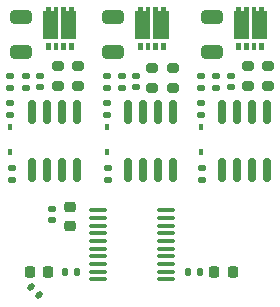
<source format=gbr>
%TF.GenerationSoftware,KiCad,Pcbnew,6.0.11-2627ca5db0~126~ubuntu22.04.1*%
%TF.CreationDate,2023-06-16T17:25:28+02:00*%
%TF.ProjectId,asac-esc-rev-a,61736163-2d65-4736-932d-7265762d612e,rev?*%
%TF.SameCoordinates,Original*%
%TF.FileFunction,Paste,Top*%
%TF.FilePolarity,Positive*%
%FSLAX46Y46*%
G04 Gerber Fmt 4.6, Leading zero omitted, Abs format (unit mm)*
G04 Created by KiCad (PCBNEW 6.0.11-2627ca5db0~126~ubuntu22.04.1) date 2023-06-16 17:25:28*
%MOMM*%
%LPD*%
G01*
G04 APERTURE LIST*
G04 Aperture macros list*
%AMRoundRect*
0 Rectangle with rounded corners*
0 $1 Rounding radius*
0 $2 $3 $4 $5 $6 $7 $8 $9 X,Y pos of 4 corners*
0 Add a 4 corners polygon primitive as box body*
4,1,4,$2,$3,$4,$5,$6,$7,$8,$9,$2,$3,0*
0 Add four circle primitives for the rounded corners*
1,1,$1+$1,$2,$3*
1,1,$1+$1,$4,$5*
1,1,$1+$1,$6,$7*
1,1,$1+$1,$8,$9*
0 Add four rect primitives between the rounded corners*
20,1,$1+$1,$2,$3,$4,$5,0*
20,1,$1+$1,$4,$5,$6,$7,0*
20,1,$1+$1,$6,$7,$8,$9,0*
20,1,$1+$1,$8,$9,$2,$3,0*%
G04 Aperture macros list end*
%ADD10RoundRect,0.250000X-0.650000X0.325000X-0.650000X-0.325000X0.650000X-0.325000X0.650000X0.325000X0*%
%ADD11RoundRect,0.140000X-0.170000X0.140000X-0.170000X-0.140000X0.170000X-0.140000X0.170000X0.140000X0*%
%ADD12RoundRect,0.200000X0.275000X-0.200000X0.275000X0.200000X-0.275000X0.200000X-0.275000X-0.200000X0*%
%ADD13RoundRect,0.100000X-0.637500X-0.100000X0.637500X-0.100000X0.637500X0.100000X-0.637500X0.100000X0*%
%ADD14RoundRect,0.140000X0.170000X-0.140000X0.170000X0.140000X-0.170000X0.140000X-0.170000X-0.140000X0*%
%ADD15RoundRect,0.225000X-0.250000X0.225000X-0.250000X-0.225000X0.250000X-0.225000X0.250000X0.225000X0*%
%ADD16RoundRect,0.135000X-0.185000X0.135000X-0.185000X-0.135000X0.185000X-0.135000X0.185000X0.135000X0*%
%ADD17RoundRect,0.135000X0.135000X0.185000X-0.135000X0.185000X-0.135000X-0.185000X0.135000X-0.185000X0*%
%ADD18RoundRect,0.150000X0.150000X-0.825000X0.150000X0.825000X-0.150000X0.825000X-0.150000X-0.825000X0*%
%ADD19R,0.400000X0.600000*%
%ADD20R,1.290000X2.350000*%
%ADD21R,0.450000X0.600000*%
%ADD22RoundRect,0.135000X0.185000X-0.135000X0.185000X0.135000X-0.185000X0.135000X-0.185000X-0.135000X0*%
%ADD23RoundRect,0.218750X-0.218750X-0.256250X0.218750X-0.256250X0.218750X0.256250X-0.218750X0.256250X0*%
%ADD24RoundRect,0.140000X0.219203X0.021213X0.021213X0.219203X-0.219203X-0.021213X-0.021213X-0.219203X0*%
%ADD25RoundRect,0.218750X0.218750X0.256250X-0.218750X0.256250X-0.218750X-0.256250X0.218750X-0.256250X0*%
%ADD26RoundRect,0.135000X-0.135000X-0.185000X0.135000X-0.185000X0.135000X0.185000X-0.135000X0.185000X0*%
G04 APERTURE END LIST*
%TO.C,U4*%
G36*
X98695000Y-70725000D02*
G01*
X98945000Y-70725000D01*
X98945000Y-70375000D01*
X99345000Y-70375000D01*
X99345000Y-73076000D01*
X98055000Y-73076000D01*
X98055000Y-72796000D01*
X98057000Y-70988000D01*
X98055000Y-70725000D01*
X98295000Y-70725000D01*
X98295000Y-70375000D01*
X98695000Y-70375000D01*
X98695000Y-70725000D01*
G37*
G36*
X99995000Y-74024000D02*
G01*
X99594000Y-74024000D01*
X99594000Y-73927000D01*
X99595000Y-73424000D01*
X99995000Y-73424000D01*
X99995000Y-74024000D01*
G37*
G36*
X99995000Y-70725000D02*
G01*
X100245000Y-70725000D01*
X100245000Y-70375000D01*
X100645000Y-70375000D01*
X100645000Y-70725000D01*
X100885000Y-70725000D01*
X100885000Y-73076000D01*
X99595000Y-73076000D01*
X99595000Y-72796000D01*
X99597000Y-70988000D01*
X99595000Y-70375000D01*
X99995000Y-70375000D01*
X99995000Y-70725000D01*
G37*
G36*
X99345000Y-74024000D02*
G01*
X98944000Y-74024000D01*
X98944000Y-73927000D01*
X98945000Y-73424000D01*
X99345000Y-73424000D01*
X99345000Y-74024000D01*
G37*
G36*
X98695000Y-74024000D02*
G01*
X98294000Y-74024000D01*
X98294000Y-73927000D01*
X98295000Y-73424000D01*
X98695000Y-73424000D01*
X98695000Y-74024000D01*
G37*
G36*
X100645000Y-74024000D02*
G01*
X100244000Y-74024000D01*
X100244000Y-73927000D01*
X100245000Y-73424000D01*
X100645000Y-73424000D01*
X100645000Y-74024000D01*
G37*
%TO.C,U9*%
G36*
X116130000Y-70725000D02*
G01*
X116380000Y-70725000D01*
X116380000Y-70375000D01*
X116780000Y-70375000D01*
X116780000Y-70725000D01*
X117020000Y-70725000D01*
X117020000Y-73076000D01*
X115730000Y-73076000D01*
X115730000Y-72796000D01*
X115732000Y-70988000D01*
X115730000Y-70375000D01*
X116130000Y-70375000D01*
X116130000Y-70725000D01*
G37*
G36*
X114830000Y-74024000D02*
G01*
X114429000Y-74024000D01*
X114429000Y-73927000D01*
X114430000Y-73424000D01*
X114830000Y-73424000D01*
X114830000Y-74024000D01*
G37*
G36*
X116780000Y-74024000D02*
G01*
X116379000Y-74024000D01*
X116379000Y-73927000D01*
X116380000Y-73424000D01*
X116780000Y-73424000D01*
X116780000Y-74024000D01*
G37*
G36*
X115480000Y-74024000D02*
G01*
X115079000Y-74024000D01*
X115079000Y-73927000D01*
X115080000Y-73424000D01*
X115480000Y-73424000D01*
X115480000Y-74024000D01*
G37*
G36*
X116130000Y-74024000D02*
G01*
X115729000Y-74024000D01*
X115729000Y-73927000D01*
X115730000Y-73424000D01*
X116130000Y-73424000D01*
X116130000Y-74024000D01*
G37*
G36*
X114830000Y-70725000D02*
G01*
X115080000Y-70725000D01*
X115080000Y-70375000D01*
X115480000Y-70375000D01*
X115480000Y-73076000D01*
X114190000Y-73076000D01*
X114190000Y-72796000D01*
X114192000Y-70988000D01*
X114190000Y-70725000D01*
X114430000Y-70725000D01*
X114430000Y-70375000D01*
X114830000Y-70375000D01*
X114830000Y-70725000D01*
G37*
%TO.C,U7*%
G36*
X108445000Y-74024000D02*
G01*
X108044000Y-74024000D01*
X108044000Y-73927000D01*
X108045000Y-73424000D01*
X108445000Y-73424000D01*
X108445000Y-74024000D01*
G37*
G36*
X106495000Y-74024000D02*
G01*
X106094000Y-74024000D01*
X106094000Y-73927000D01*
X106095000Y-73424000D01*
X106495000Y-73424000D01*
X106495000Y-74024000D01*
G37*
G36*
X106495000Y-70725000D02*
G01*
X106745000Y-70725000D01*
X106745000Y-70375000D01*
X107145000Y-70375000D01*
X107145000Y-73076000D01*
X105855000Y-73076000D01*
X105855000Y-72796000D01*
X105857000Y-70988000D01*
X105855000Y-70725000D01*
X106095000Y-70725000D01*
X106095000Y-70375000D01*
X106495000Y-70375000D01*
X106495000Y-70725000D01*
G37*
G36*
X107795000Y-70725000D02*
G01*
X108045000Y-70725000D01*
X108045000Y-70375000D01*
X108445000Y-70375000D01*
X108445000Y-70725000D01*
X108685000Y-70725000D01*
X108685000Y-73076000D01*
X107395000Y-73076000D01*
X107395000Y-72796000D01*
X107397000Y-70988000D01*
X107395000Y-70375000D01*
X107795000Y-70375000D01*
X107795000Y-70725000D01*
G37*
G36*
X107145000Y-74024000D02*
G01*
X106744000Y-74024000D01*
X106744000Y-73927000D01*
X106745000Y-73424000D01*
X107145000Y-73424000D01*
X107145000Y-74024000D01*
G37*
G36*
X107795000Y-74024000D02*
G01*
X107394000Y-74024000D01*
X107394000Y-73927000D01*
X107395000Y-73424000D01*
X107795000Y-73424000D01*
X107795000Y-74024000D01*
G37*
%TD*%
D10*
%TO.C,C18*%
X112335000Y-71225000D03*
X112335000Y-74175000D03*
%TD*%
D11*
%TO.C,C7*%
X98850000Y-88405000D03*
X98850000Y-87445000D03*
%TD*%
D12*
%TO.C,R3*%
X99300000Y-77025000D03*
X99300000Y-75375000D03*
%TD*%
D13*
%TO.C,U3*%
X102737500Y-87575000D03*
X102737500Y-88225000D03*
X102737500Y-88875000D03*
X102737500Y-89525000D03*
X102737500Y-90175000D03*
X102737500Y-90825000D03*
X102737500Y-91475000D03*
X102737500Y-92125000D03*
X102737500Y-92775000D03*
X102737500Y-93425000D03*
X108462500Y-93425000D03*
X108462500Y-92775000D03*
X108462500Y-92125000D03*
X108462500Y-91475000D03*
X108462500Y-90825000D03*
X108462500Y-90175000D03*
X108462500Y-89525000D03*
X108462500Y-88875000D03*
X108462500Y-88225000D03*
X108462500Y-87575000D03*
%TD*%
D14*
%TO.C,C16*%
X111535000Y-84980000D03*
X111535000Y-84020000D03*
%TD*%
D12*
%TO.C,R13*%
X115435000Y-77025000D03*
X115435000Y-75375000D03*
%TD*%
D15*
%TO.C,C6*%
X100300000Y-88875000D03*
X100300000Y-87325000D03*
%TD*%
D11*
%TO.C,C15*%
X103435000Y-78520000D03*
X103435000Y-79480000D03*
%TD*%
D16*
%TO.C,R1*%
X96600000Y-76190000D03*
X96600000Y-77210000D03*
%TD*%
D17*
%TO.C,R8*%
X110340000Y-92800000D03*
X111360000Y-92800000D03*
%TD*%
D18*
%TO.C,U6*%
X105230000Y-84175000D03*
X106500000Y-84175000D03*
X107770000Y-84175000D03*
X109040000Y-84175000D03*
X109040000Y-79225000D03*
X107770000Y-79225000D03*
X106500000Y-79225000D03*
X105230000Y-79225000D03*
%TD*%
D19*
%TO.C,U4*%
X99145000Y-73725000D03*
D20*
X98700000Y-71901000D03*
D19*
X99145000Y-70675000D03*
X98495000Y-70675000D03*
X98495000Y-73725000D03*
X100445000Y-73725000D03*
X99795000Y-70675000D03*
X100445000Y-70675000D03*
D20*
X100240000Y-71901000D03*
D19*
X99795000Y-73725000D03*
%TD*%
D10*
%TO.C,C8*%
X96200000Y-71225000D03*
X96200000Y-74175000D03*
%TD*%
D21*
%TO.C,D4*%
X103435000Y-80550000D03*
X103435000Y-82650000D03*
%TD*%
D14*
%TO.C,C12*%
X103535000Y-84980000D03*
X103535000Y-84020000D03*
%TD*%
D22*
%TO.C,R16*%
X111435000Y-77210000D03*
X111435000Y-76190000D03*
%TD*%
D12*
%TO.C,R9*%
X107300000Y-75575000D03*
X107300000Y-77225000D03*
%TD*%
D16*
%TO.C,R15*%
X112735000Y-76190000D03*
X112735000Y-77210000D03*
%TD*%
D12*
%TO.C,R10*%
X109050000Y-77225000D03*
X109050000Y-75575000D03*
%TD*%
D14*
%TO.C,C13*%
X105935000Y-77180000D03*
X105935000Y-76220000D03*
%TD*%
D18*
%TO.C,U8*%
X113230000Y-84175000D03*
X114500000Y-84175000D03*
X115770000Y-84175000D03*
X117040000Y-84175000D03*
X117040000Y-79225000D03*
X115770000Y-79225000D03*
X114500000Y-79225000D03*
X113230000Y-79225000D03*
%TD*%
D23*
%TO.C,D1*%
X98487500Y-92800000D03*
X96912500Y-92800000D03*
%TD*%
D22*
%TO.C,R12*%
X103435000Y-77210000D03*
X103435000Y-76190000D03*
%TD*%
D11*
%TO.C,C19*%
X111435000Y-78520000D03*
X111435000Y-79480000D03*
%TD*%
D14*
%TO.C,C2*%
X95400000Y-84980000D03*
X95400000Y-84020000D03*
%TD*%
D11*
%TO.C,C4*%
X95300000Y-78520000D03*
X95300000Y-79480000D03*
%TD*%
D24*
%TO.C,C9*%
X97060589Y-94110589D03*
X97739411Y-94789411D03*
%TD*%
D19*
%TO.C,U9*%
X115280000Y-73725000D03*
X114630000Y-70675000D03*
D20*
X114835000Y-71901000D03*
D19*
X115280000Y-70675000D03*
X114630000Y-73725000D03*
X116580000Y-73725000D03*
X115930000Y-70675000D03*
D20*
X116375000Y-71901000D03*
D19*
X116580000Y-70675000D03*
X115930000Y-73725000D03*
%TD*%
D14*
%TO.C,C5*%
X97800000Y-77180000D03*
X97800000Y-76220000D03*
%TD*%
D10*
%TO.C,C14*%
X104000000Y-71225000D03*
X104000000Y-74175000D03*
%TD*%
D12*
%TO.C,R4*%
X101000000Y-77025000D03*
X101000000Y-75375000D03*
%TD*%
D14*
%TO.C,C17*%
X113935000Y-77180000D03*
X113935000Y-76220000D03*
%TD*%
D25*
%TO.C,D2*%
X112537500Y-92775000D03*
X114112500Y-92775000D03*
%TD*%
D26*
%TO.C,R7*%
X99940000Y-92800000D03*
X100960000Y-92800000D03*
%TD*%
D21*
%TO.C,D3*%
X95300000Y-80550000D03*
X95300000Y-82650000D03*
%TD*%
%TO.C,D5*%
X111435000Y-80550000D03*
X111435000Y-82650000D03*
%TD*%
D22*
%TO.C,R2*%
X95300000Y-77210000D03*
X95300000Y-76190000D03*
%TD*%
D19*
%TO.C,U7*%
X106945000Y-73725000D03*
D20*
X106500000Y-71901000D03*
D19*
X106945000Y-70675000D03*
X106295000Y-70675000D03*
X106295000Y-73725000D03*
X108245000Y-73725000D03*
X107595000Y-70675000D03*
X108245000Y-70675000D03*
D20*
X108040000Y-71901000D03*
D19*
X107595000Y-73725000D03*
%TD*%
D18*
%TO.C,U2*%
X97095000Y-84175000D03*
X98365000Y-84175000D03*
X99635000Y-84175000D03*
X100905000Y-84175000D03*
X100905000Y-79225000D03*
X99635000Y-79225000D03*
X98365000Y-79225000D03*
X97095000Y-79225000D03*
%TD*%
D16*
%TO.C,R11*%
X104735000Y-76190000D03*
X104735000Y-77210000D03*
%TD*%
D12*
%TO.C,R14*%
X117135000Y-77025000D03*
X117135000Y-75375000D03*
%TD*%
M02*

</source>
